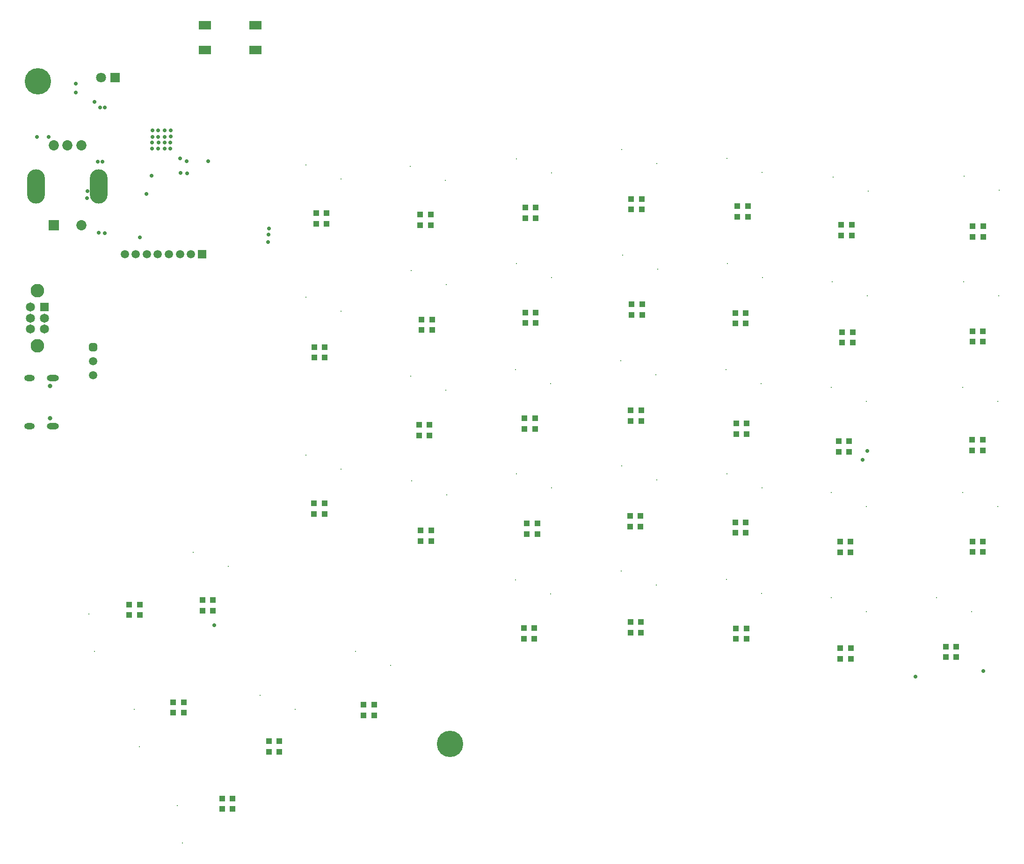
<source format=gbs>
G04*
G04 #@! TF.GenerationSoftware,Altium Limited,Altium Designer,24.10.1 (45)*
G04*
G04 Layer_Color=16711935*
%FSLAX44Y44*%
%MOMM*%
G71*
G04*
G04 #@! TF.SameCoordinates,3551A3A7-0B07-42EA-8A9A-C0D20DE36A30*
G04*
G04*
G04 #@! TF.FilePolarity,Negative*
G04*
G01*
G75*
%ADD99R,1.1032X1.1032*%
%ADD142C,0.7032*%
%ADD143R,1.5112X1.5112*%
%ADD144C,1.5112*%
%ADD145C,4.7752*%
%ADD146C,0.2032*%
%ADD147R,1.8532X1.8532*%
%ADD148C,1.8532*%
%ADD149O,3.2032X6.2032*%
%ADD150C,1.8032*%
%ADD151R,1.8032X1.8032*%
G04:AMPARAMS|DCode=152|XSize=1.5112mm|YSize=1.5112mm|CornerRadius=0.4286mm|HoleSize=0mm|Usage=FLASHONLY|Rotation=90.000|XOffset=0mm|YOffset=0mm|HoleType=Round|Shape=RoundedRectangle|*
%AMROUNDEDRECTD152*
21,1,1.5112,0.6540,0,0,90.0*
21,1,0.6540,1.5112,0,0,90.0*
1,1,0.8572,0.3270,0.3270*
1,1,0.8572,0.3270,-0.3270*
1,1,0.8572,-0.3270,-0.3270*
1,1,0.8572,-0.3270,0.3270*
%
%ADD152ROUNDEDRECTD152*%
%ADD153O,1.9032X1.1032*%
%ADD154O,2.2032X1.1032*%
%ADD155C,0.8032*%
%ADD156R,1.6412X1.6412*%
%ADD157C,1.6412*%
%ADD158C,2.4682*%
%ADD159C,0.7366*%
%ADD191R,2.3032X1.6032*%
D99*
X1127608Y-110388D02*
D03*
Y-129388D02*
D03*
X1108608D02*
D03*
Y-110388D02*
D03*
X1299696Y-121462D02*
D03*
Y-140462D02*
D03*
X1318696D02*
D03*
Y-121462D02*
D03*
X1507418Y-157712D02*
D03*
Y-176712D02*
D03*
X1488418D02*
D03*
Y-157712D02*
D03*
X536600Y388214D02*
D03*
Y369214D02*
D03*
X555600D02*
D03*
Y388214D02*
D03*
X1510894Y415138D02*
D03*
Y396138D02*
D03*
X1491894D02*
D03*
Y415138D02*
D03*
X536078Y104929D02*
D03*
Y85929D02*
D03*
X555078D02*
D03*
Y104929D02*
D03*
X1126846Y82144D02*
D03*
Y63144D02*
D03*
X1107846D02*
D03*
Y82144D02*
D03*
X1298513Y70649D02*
D03*
Y51649D02*
D03*
X1317513D02*
D03*
Y70649D02*
D03*
X1727606Y35916D02*
D03*
Y16916D02*
D03*
X1746606D02*
D03*
Y35916D02*
D03*
X1679600Y-154584D02*
D03*
Y-173584D02*
D03*
X1698600D02*
D03*
Y-154584D02*
D03*
X1488084Y16408D02*
D03*
Y35408D02*
D03*
X1507084D02*
D03*
Y16408D02*
D03*
X1317387Y430761D02*
D03*
Y449761D02*
D03*
X1298387D02*
D03*
Y430761D02*
D03*
X558648Y630530D02*
D03*
Y611530D02*
D03*
X539648D02*
D03*
Y630530D02*
D03*
X728116Y627990D02*
D03*
Y608990D02*
D03*
X747116D02*
D03*
Y627990D02*
D03*
X937108Y640944D02*
D03*
Y621944D02*
D03*
X918108D02*
D03*
Y640944D02*
D03*
X1110132Y656438D02*
D03*
Y637438D02*
D03*
X1129132D02*
D03*
Y656438D02*
D03*
X1321410Y643230D02*
D03*
Y624230D02*
D03*
X1302410D02*
D03*
Y643230D02*
D03*
X1490370Y609448D02*
D03*
Y590448D02*
D03*
X1509370D02*
D03*
Y609448D02*
D03*
X1728114Y587908D02*
D03*
Y606908D02*
D03*
X1747114D02*
D03*
Y587908D02*
D03*
X1727860Y416916D02*
D03*
Y397916D02*
D03*
X1746860D02*
D03*
Y416916D02*
D03*
X1727351Y219948D02*
D03*
Y200948D02*
D03*
X1746351D02*
D03*
Y219948D02*
D03*
X1504544Y217526D02*
D03*
Y198526D02*
D03*
X1485544D02*
D03*
Y217526D02*
D03*
X1300124Y249784D02*
D03*
Y230784D02*
D03*
X1319124D02*
D03*
Y249784D02*
D03*
X1128116Y273152D02*
D03*
Y254152D02*
D03*
X1109116D02*
D03*
Y273152D02*
D03*
X917092Y258928D02*
D03*
Y239928D02*
D03*
X936092D02*
D03*
Y258928D02*
D03*
X745084Y247244D02*
D03*
Y228244D02*
D03*
X726084D02*
D03*
Y247244D02*
D03*
X729255Y36585D02*
D03*
Y55585D02*
D03*
X748255D02*
D03*
Y36585D02*
D03*
X921295Y68630D02*
D03*
Y49630D02*
D03*
X940295D02*
D03*
Y68630D02*
D03*
X644754Y-260248D02*
D03*
Y-279248D02*
D03*
X625754D02*
D03*
Y-260248D02*
D03*
X220606Y-78591D02*
D03*
Y-97591D02*
D03*
X201606D02*
D03*
Y-78591D02*
D03*
X300076Y-255422D02*
D03*
Y-274422D02*
D03*
X281076D02*
D03*
Y-255422D02*
D03*
X388468Y-429920D02*
D03*
Y-448920D02*
D03*
X369468D02*
D03*
Y-429920D02*
D03*
X454304Y-326288D02*
D03*
Y-345288D02*
D03*
X473304D02*
D03*
Y-326288D02*
D03*
X934902Y-121339D02*
D03*
Y-140339D02*
D03*
X915902D02*
D03*
Y-121339D02*
D03*
X352908Y-70256D02*
D03*
Y-89256D02*
D03*
X333908D02*
D03*
Y-70256D02*
D03*
X1110894Y465430D02*
D03*
Y446430D02*
D03*
X1129894D02*
D03*
Y465430D02*
D03*
X937162Y450872D02*
D03*
Y431872D02*
D03*
X918163D02*
D03*
Y450872D02*
D03*
X730762Y438151D02*
D03*
Y419151D02*
D03*
X749762D02*
D03*
Y438151D02*
D03*
D142*
X265370Y780314D02*
D03*
X276546D02*
D03*
Y769392D02*
D03*
X276292Y758724D02*
D03*
Y747548D02*
D03*
X265624D02*
D03*
X265370Y758724D02*
D03*
Y769138D02*
D03*
X254194D02*
D03*
X254448Y758978D02*
D03*
X254194Y747802D02*
D03*
Y780314D02*
D03*
X243526Y780568D02*
D03*
Y769138D02*
D03*
X243272Y758724D02*
D03*
X243018Y747802D02*
D03*
D143*
X333398Y556602D02*
D03*
D144*
X313398D02*
D03*
X293398D02*
D03*
X273398D02*
D03*
X253398D02*
D03*
X233398D02*
D03*
X213398D02*
D03*
X193398D02*
D03*
X136144Y337458D02*
D03*
Y362458D02*
D03*
D145*
X36576Y869950D02*
D03*
X782574Y-330962D02*
D03*
D146*
X297942Y-510249D02*
D03*
X288189Y-442557D02*
D03*
X521716Y192532D02*
D03*
X585216Y167132D02*
D03*
X317246Y16002D02*
D03*
X380746Y-9398D02*
D03*
X138565Y-163575D02*
D03*
X128812Y-95883D02*
D03*
X438373Y-243096D02*
D03*
X501874Y-268496D02*
D03*
X610870Y-163322D02*
D03*
X674370Y-188722D02*
D03*
X900914Y-34026D02*
D03*
X964414Y-59426D02*
D03*
X1091946Y-17272D02*
D03*
X1155446Y-42672D02*
D03*
X1282700Y-33274D02*
D03*
X1346200Y-58674D02*
D03*
X1710544Y124725D02*
D03*
X1774044Y99325D02*
D03*
X1711706Y506730D02*
D03*
X1775206Y481330D02*
D03*
X1712468Y697738D02*
D03*
X1775968Y672338D02*
D03*
X1475486Y696468D02*
D03*
X1538986Y671068D02*
D03*
X1283714Y729715D02*
D03*
X1347213Y704315D02*
D03*
X1093216Y745744D02*
D03*
X1156716Y720344D02*
D03*
X902716Y729488D02*
D03*
X966216Y704088D02*
D03*
X710412Y715254D02*
D03*
X773912Y689854D02*
D03*
X521462Y478790D02*
D03*
X584962Y453390D02*
D03*
X1726419Y-91177D02*
D03*
X1662919Y-65777D02*
D03*
X1535918Y-91177D02*
D03*
X1472418Y-65777D02*
D03*
X1535918Y99325D02*
D03*
X1472418Y124725D02*
D03*
X1347213Y132811D02*
D03*
X1283714Y158211D02*
D03*
X1156208Y147320D02*
D03*
X1092708Y172720D02*
D03*
X966210Y132811D02*
D03*
X902710Y158211D02*
D03*
X776478Y120396D02*
D03*
X712978Y145796D02*
D03*
X1774044Y289826D02*
D03*
X1710544Y315226D02*
D03*
X1535918Y289826D02*
D03*
X1472418Y315226D02*
D03*
X1345417Y321577D02*
D03*
X1281917Y346977D02*
D03*
X1154915Y337553D02*
D03*
X1091415Y362953D02*
D03*
X964414Y321577D02*
D03*
X900914Y346977D02*
D03*
X774700Y310388D02*
D03*
X711200Y335788D02*
D03*
X1537208Y481330D02*
D03*
X1473708Y506730D02*
D03*
X1347470Y514350D02*
D03*
X1283970Y539750D02*
D03*
X1157732Y529590D02*
D03*
X1094232Y554990D02*
D03*
X966210Y513813D02*
D03*
X902710Y539213D02*
D03*
X775709Y501113D02*
D03*
X712209Y526513D02*
D03*
X585216Y692658D02*
D03*
X521716Y718058D02*
D03*
X210600Y-268349D02*
D03*
X220353Y-336041D02*
D03*
D147*
X64662Y608942D02*
D03*
D148*
X114662D02*
D03*
X64662Y753942D02*
D03*
X89662D02*
D03*
X114662D02*
D03*
D149*
X32662Y678942D02*
D03*
X146662D02*
D03*
D150*
X150876Y876046D02*
D03*
D151*
X176276D02*
D03*
D152*
X136144Y387458D02*
D03*
D153*
X21334Y245080D02*
D03*
Y331580D02*
D03*
D154*
X63034Y245080D02*
D03*
Y331580D02*
D03*
D155*
X58134Y259430D02*
D03*
Y317230D02*
D03*
D156*
X47806Y460690D02*
D03*
D157*
Y440690D02*
D03*
Y420690D02*
D03*
X22806Y460690D02*
D03*
Y440690D02*
D03*
Y420690D02*
D03*
D158*
X35306Y490690D02*
D03*
Y390690D02*
D03*
D159*
X242365Y698674D02*
D03*
X232664Y665734D02*
D03*
X294894Y703326D02*
D03*
X306483Y702723D02*
D03*
X293624Y729742D02*
D03*
X454406Y602742D02*
D03*
X453390Y591820D02*
D03*
X452882Y578358D02*
D03*
X305352Y724613D02*
D03*
X344777Y725043D02*
D03*
X138684Y832104D02*
D03*
X34798Y769112D02*
D03*
X125694Y670778D02*
D03*
X144399Y723900D02*
D03*
X105156Y865642D02*
D03*
X153416Y724154D02*
D03*
X125222Y658062D02*
D03*
X220980Y586994D02*
D03*
X157503Y594360D02*
D03*
X146050Y595122D02*
D03*
X1529334Y183642D02*
D03*
X1537208Y199898D02*
D03*
X355854Y-116078D02*
D03*
X1624584Y-209296D02*
D03*
X55372Y769112D02*
D03*
X157608Y822073D02*
D03*
X149098Y821944D02*
D03*
X105156Y849376D02*
D03*
X1747644Y-199006D02*
D03*
D191*
X338802Y926444D02*
D03*
X429802D02*
D03*
Y971444D02*
D03*
X338802D02*
D03*
M02*

</source>
